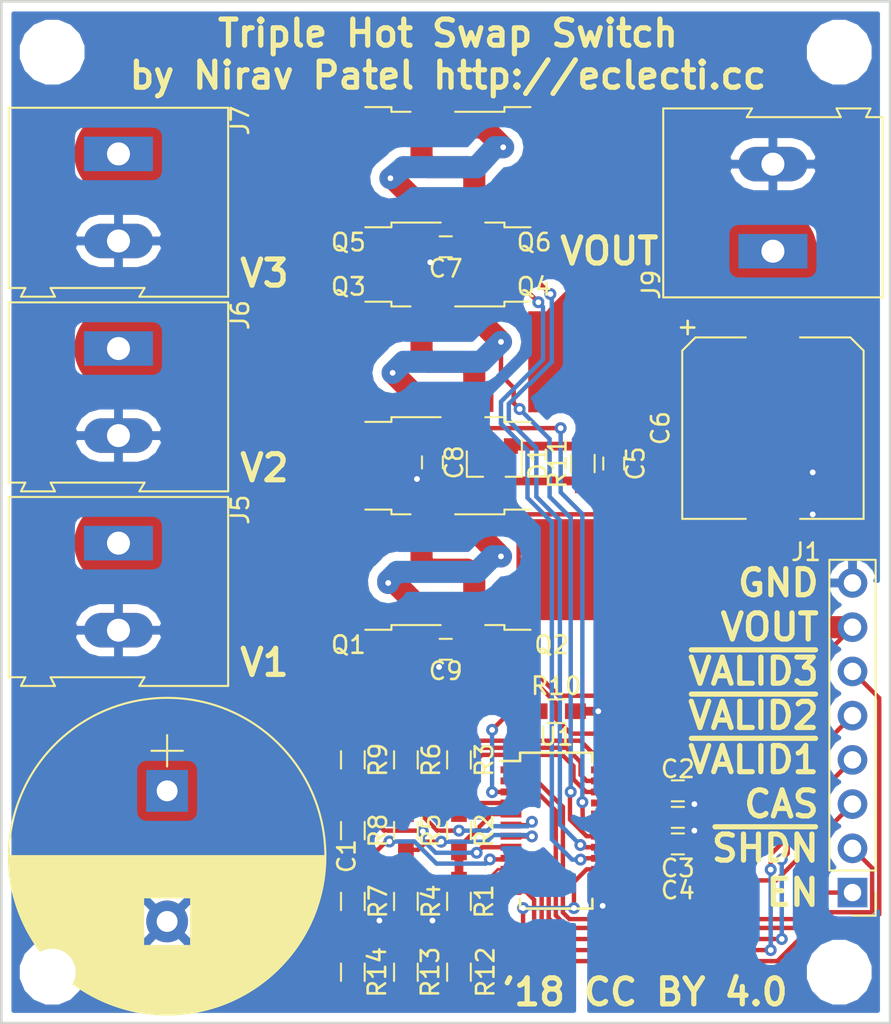
<source format=kicad_pcb>
(kicad_pcb (version 20171130) (host pcbnew "(5.0.0-rc2-160-g7b73557)")
  (title_block (title "Triple Hot Swap Switch") (date 2018-06-25) (rev 0.1) (company "Nirav Patel"))
  (layers (0 F.Cu signal) (31 B.Cu signal) (34 B.Paste user) (35 F.Paste user) (36 B.SilkS user) (37 F.SilkS user) (38 B.Mask user) (39 F.Mask user) (44 Edge.Cuts user))
  (net 0 "")
  (net 1 GND)
  (net 2 /V1)
  (net 3 /V2)
  (net 4 /V3)
  (net 5 "Net-(C5-Pad2)")
  (net 6 /VOUT)
  (net 7 "Net-(C7-Pad1)")
  (net 8 "Net-(C8-Pad1)")
  (net 9 "Net-(C9-Pad1)")
  (net 10 "Net-(D1-Pad1)")
  (net 11 "Net-(D1-Pad2)")
  (net 12 /EN)
  (net 13 /~SHDN)
  (net 14 /CAS)
  (net 15 /~VALID1)
  (net 16 /~VALID2)
  (net 17 /~VALID3)
  (net 18 "Net-(Q3-Pad1)")
  (net 19 "Net-(Q5-Pad1)")
  (net 20 "Net-(R1-Pad1)")
  (net 21 "Net-(R2-Pad1)")
  (net 22 "Net-(R4-Pad1)")
  (net 23 "Net-(R5-Pad1)")
  (net 24 "Net-(R7-Pad1)")
  (net 25 "Net-(R8-Pad1)")
  (net 26 "Net-(R10-Pad1)")
  (module Capacitors_THT:CP_Radial_D18.0mm_P7.50mm (layer F.Cu) (at 138.938 109.474 270)
    (fp_text reference C1 (at 3.75 -10.31 270) (layer F.SilkS))
    (fp_text value 2200uF)
    (pad 2 thru_hole circle (at 7.5 0 270) (size 2.4 2.4) (drill 1.2) (layers *.Cu *.Mask) (net 1 GND))
    (pad 1 thru_hole rect (at 0 0 270) (size 2.4 2.4) (drill 1.2) (layers *.Cu *.Mask) (net 2 /V1))
  )
  (module Capacitors_SMD:C_0603_HandSoldering (layer F.Cu) (at 168.275 109.474)
    (fp_text reference C2 (at 0 -1.25) (layer F.SilkS))
    (fp_text value 0.1uF)
    (pad 1 smd rect (at -0.95 0) (size 1.2 0.75) (layers F.Cu F.Paste F.Mask) (net 2 /V1))
    (pad 2 smd rect (at 0.95 0) (size 1.2 0.75) (layers F.Cu F.Paste F.Mask) (net 1 GND))
  )
  (module Capacitors_SMD:C_0603_HandSoldering (layer F.Cu) (at 168.275 110.998)
    (fp_text reference C3 (at 0 2.921) (layer F.SilkS))
    (fp_text value 0.1uF)
    (pad 2 smd rect (at 0.95 0) (size 1.2 0.75) (layers F.Cu F.Paste F.Mask) (net 1 GND))
    (pad 1 smd rect (at -0.95 0) (size 1.2 0.75) (layers F.Cu F.Paste F.Mask) (net 3 /V2))
  )
  (module Capacitors_SMD:C_0603_HandSoldering (layer F.Cu) (at 168.275 112.522)
    (fp_text reference C4 (at 0 2.667) (layer F.SilkS))
    (fp_text value 0.1uF)
    (pad 1 smd rect (at -0.95 0) (size 1.2 0.75) (layers F.Cu F.Paste F.Mask) (net 4 /V3))
    (pad 2 smd rect (at 0.95 0) (size 1.2 0.75) (layers F.Cu F.Paste F.Mask) (net 1 GND))
  )
  (module Capacitors_SMD:C_0603_HandSoldering (layer F.Cu) (at 164.592 90.678 270)
    (fp_text reference C5 (at 0 -1.25 270) (layer F.SilkS))
    (fp_text value 50nF)
    (pad 2 smd rect (at 0.95 0 270) (size 1.2 0.75) (layers F.Cu F.Paste F.Mask) (net 5 "Net-(C5-Pad2)"))
    (pad 1 smd rect (at -0.95 0 270) (size 1.2 0.75) (layers F.Cu F.Paste F.Mask) (net 6 /VOUT))
  )
  (module Capacitors_SMD:CP_Elec_10x10 (layer F.Cu) (at 173.736 88.646 270)
    (fp_text reference C6 (at 0 6.46 270) (layer F.SilkS))
    (fp_text value 100uF)
    (fp_text user + (at -5.78 4.97 270) (layer F.SilkS))
    (pad 2 smd rect (at 4 0 90) (size 4 2.5) (layers F.Cu F.Paste F.Mask) (net 1 GND))
    (pad 1 smd rect (at -4 0 90) (size 4 2.5) (layers F.Cu F.Paste F.Mask) (net 6 /VOUT))
  )
  (module Capacitors_SMD:C_0603_HandSoldering (layer F.Cu) (at 154.94 78.232 180)
    (fp_text reference C7 (at 0 -1.25 180) (layer F.SilkS))
    (fp_text value 0.1uF)
    (pad 1 smd rect (at -0.95 0 180) (size 1.2 0.75) (layers F.Cu F.Paste F.Mask) (net 7 "Net-(C7-Pad1)"))
    (pad 2 smd rect (at 0.95 0 180) (size 1.2 0.75) (layers F.Cu F.Paste F.Mask) (net 1 GND))
  )
  (module Capacitors_SMD:C_0603_HandSoldering (layer F.Cu) (at 154.178 90.612 270)
    (fp_text reference C8 (at 0 -1.25 270) (layer F.SilkS))
    (fp_text value 0.1uF)
    (pad 2 smd rect (at 0.95 0 270) (size 1.2 0.75) (layers F.Cu F.Paste F.Mask) (net 1 GND))
    (pad 1 smd rect (at -0.95 0 270) (size 1.2 0.75) (layers F.Cu F.Paste F.Mask) (net 8 "Net-(C8-Pad1)"))
  )
  (module Capacitors_SMD:C_0603_HandSoldering (layer F.Cu) (at 154.94 101.346 180)
    (fp_text reference C9 (at 0 -1.25 180) (layer F.SilkS))
    (fp_text value 0.1uF)
    (pad 2 smd rect (at 0.95 0 180) (size 1.2 0.75) (layers F.Cu F.Paste F.Mask) (net 1 GND))
    (pad 1 smd rect (at -0.95 0 180) (size 1.2 0.75) (layers F.Cu F.Paste F.Mask) (net 9 "Net-(C9-Pad1)"))
  )
  (module Package_TO_SOT_SMD:SOT-23 (layer F.Cu) (at 157.734 90.678 270)
    (fp_text reference D1 (at 0 -2.5 270) (layer F.SilkS))
    (fp_text value BAT54C)
    (pad 1 smd rect (at -1 -0.95 270) (size 0.9 0.8) (layers F.Cu F.Paste F.Mask) (net 10 "Net-(D1-Pad1)"))
    (pad 2 smd rect (at -1 0.95 270) (size 0.9 0.8) (layers F.Cu F.Paste F.Mask) (net 11 "Net-(D1-Pad2)"))
    (pad 3 smd rect (at 1 0 270) (size 0.9 0.8) (layers F.Cu F.Paste F.Mask) (net 5 "Net-(C5-Pad2)"))
  )
  (module Connector_PinHeader_2.54mm:PinHeader_1x08_P2.54mm_Vertical (layer F.Cu) (at 178.308 115.316 180)
    (fp_text reference J1 (at 2.667 19.558 180) (layer F.SilkS))
    (fp_text value Conn_01x08)
    (pad 1 thru_hole rect (at 0 0 180) (size 1.7 1.7) (drill 1) (layers *.Cu *.Mask) (net 12 /EN))
    (pad 2 thru_hole oval (at 0 2.54 180) (size 1.7 1.7) (drill 1) (layers *.Cu *.Mask) (net 13 /~SHDN))
    (pad 3 thru_hole oval (at 0 5.08 180) (size 1.7 1.7) (drill 1) (layers *.Cu *.Mask) (net 14 /CAS))
    (pad 4 thru_hole oval (at 0 7.62 180) (size 1.7 1.7) (drill 1) (layers *.Cu *.Mask) (net 15 /~VALID1))
    (pad 5 thru_hole oval (at 0 10.16 180) (size 1.7 1.7) (drill 1) (layers *.Cu *.Mask) (net 16 /~VALID2))
    (pad 6 thru_hole oval (at 0 12.7 180) (size 1.7 1.7) (drill 1) (layers *.Cu *.Mask) (net 17 /~VALID3))
    (pad 7 thru_hole oval (at 0 15.24 180) (size 1.7 1.7) (drill 1) (layers *.Cu *.Mask) (net 6 /VOUT))
    (pad 8 thru_hole oval (at 0 17.78 180) (size 1.7 1.7) (drill 1) (layers *.Cu *.Mask) (net 1 GND))
  )
  (module Connectors_Terminal_Blocks:TerminalBlock_Altech_AK300-2_P5.00mm (layer F.Cu) (at 136.144 95.25 270)
    (fp_text reference J5 (at -1.92 -6.99 270) (layer F.SilkS))
    (fp_text value Conn_01x02)
    (pad 2 thru_hole oval (at 5 0 270) (size 1.98 3.96) (drill 1.32) (layers *.Cu *.Mask) (net 1 GND))
    (pad 1 thru_hole rect (at 0 0 270) (size 1.98 3.96) (drill 1.32) (layers *.Cu *.Mask) (net 2 /V1))
  )
  (module Connectors_Terminal_Blocks:TerminalBlock_Altech_AK300-2_P5.00mm (layer F.Cu) (at 136.144 84.074 270)
    (fp_text reference J6 (at -1.92 -6.99 270) (layer F.SilkS))
    (fp_text value Conn_01x02)
    (pad 1 thru_hole rect (at 0 0 270) (size 1.98 3.96) (drill 1.32) (layers *.Cu *.Mask) (net 3 /V2))
    (pad 2 thru_hole oval (at 5 0 270) (size 1.98 3.96) (drill 1.32) (layers *.Cu *.Mask) (net 1 GND))
  )
  (module Connectors_Terminal_Blocks:TerminalBlock_Altech_AK300-2_P5.00mm (layer F.Cu) (at 136.144 72.898 270)
    (fp_text reference J7 (at -1.92 -6.99 270) (layer F.SilkS))
    (fp_text value Conn_01x02)
    (pad 2 thru_hole oval (at 5 0 270) (size 1.98 3.96) (drill 1.32) (layers *.Cu *.Mask) (net 1 GND))
    (pad 1 thru_hole rect (at 0 0 270) (size 1.98 3.96) (drill 1.32) (layers *.Cu *.Mask) (net 4 /V3))
  )
  (module Connectors_Terminal_Blocks:TerminalBlock_Altech_AK300-2_P5.00mm (layer F.Cu) (at 173.736 78.486 90)
    (fp_text reference J9 (at -1.92 -6.99 90) (layer F.SilkS))
    (fp_text value Conn_01x02)
    (pad 1 thru_hole rect (at 0 0 90) (size 1.98 3.96) (drill 1.32) (layers *.Cu *.Mask) (net 6 /VOUT))
    (pad 2 thru_hole oval (at 5 0 90) (size 1.98 3.96) (drill 1.32) (layers *.Cu *.Mask) (net 1 GND))
  )
  (module Package_TO_SOT_SMD:TO-252-2 (layer F.Cu) (at 149.352 96.774 180)
    (fp_text reference Q1 (at 0 -4.318 180) (layer F.SilkS))
    (fp_text value SUD50P04-08)
    (pad 1 smd rect (at -4.2 -2.28 180) (size 2.2 1.2) (layers F.Cu F.Paste F.Mask) (net 5 "Net-(C5-Pad2)"))
    (pad 3 smd rect (at -4.2 2.28 180) (size 2.2 1.2) (layers F.Cu F.Paste F.Mask) (net 9 "Net-(C9-Pad1)"))
    (pad 2 smd rect (at 2.1 0 180) (size 6.4 5.8) (layers F.Cu F.Mask) (net 2 /V1))
  )
  (module Package_TO_SOT_SMD:TO-252-2 (layer F.Cu) (at 160.782 96.774)
    (fp_text reference Q2 (at 0.254 4.318) (layer F.SilkS))
    (fp_text value SUD50P04-08)
    (pad 2 smd rect (at 2.1 0) (size 6.4 5.8) (layers F.Cu F.Mask) (net 6 /VOUT))
    (pad 3 smd rect (at -4.2 2.28) (size 2.2 1.2) (layers F.Cu F.Paste F.Mask) (net 9 "Net-(C9-Pad1)"))
    (pad 1 smd rect (at -4.2 -2.28) (size 2.2 1.2) (layers F.Cu F.Paste F.Mask) (net 5 "Net-(C5-Pad2)"))
  )
  (module Package_TO_SOT_SMD:TO-252-2 (layer F.Cu) (at 149.352 84.836 180)
    (fp_text reference Q3 (at 0 4.318 180) (layer F.SilkS))
    (fp_text value SUD50P04-08)
    (pad 2 smd rect (at 2.1 0 180) (size 6.4 5.8) (layers F.Cu F.Mask) (net 3 /V2))
    (pad 3 smd rect (at -4.2 2.28 180) (size 2.2 1.2) (layers F.Cu F.Paste F.Mask) (net 8 "Net-(C8-Pad1)"))
    (pad 1 smd rect (at -4.2 -2.28 180) (size 2.2 1.2) (layers F.Cu F.Paste F.Mask) (net 18 "Net-(Q3-Pad1)"))
  )
  (module Package_TO_SOT_SMD:TO-252-2 (layer F.Cu) (at 160.782 84.836)
    (fp_text reference Q4 (at -0.762 -4.318) (layer F.SilkS))
    (fp_text value SUD50P04-08)
    (pad 1 smd rect (at -4.2 -2.28) (size 2.2 1.2) (layers F.Cu F.Paste F.Mask) (net 18 "Net-(Q3-Pad1)"))
    (pad 3 smd rect (at -4.2 2.28) (size 2.2 1.2) (layers F.Cu F.Paste F.Mask) (net 8 "Net-(C8-Pad1)"))
    (pad 2 smd rect (at 2.1 0) (size 6.4 5.8) (layers F.Cu F.Mask) (net 6 /VOUT))
  )
  (module Package_TO_SOT_SMD:TO-252-2 (layer F.Cu) (at 149.352 73.66 180)
    (fp_text reference Q5 (at 0 -4.318 180) (layer F.SilkS))
    (fp_text value SUD50P04-08)
    (pad 2 smd rect (at 2.1 0 180) (size 6.4 5.8) (layers F.Cu F.Mask) (net 4 /V3))
    (pad 3 smd rect (at -4.2 2.28 180) (size 2.2 1.2) (layers F.Cu F.Paste F.Mask) (net 7 "Net-(C7-Pad1)"))
    (pad 1 smd rect (at -4.2 -2.28 180) (size 2.2 1.2) (layers F.Cu F.Paste F.Mask) (net 19 "Net-(Q5-Pad1)"))
  )
  (module Package_TO_SOT_SMD:TO-252-2 (layer F.Cu) (at 160.782 73.66)
    (fp_text reference Q6 (at -0.762 4.318) (layer F.SilkS))
    (fp_text value SUD50P04-08)
    (pad 1 smd rect (at -4.2 -2.28) (size 2.2 1.2) (layers F.Cu F.Paste F.Mask) (net 19 "Net-(Q5-Pad1)"))
    (pad 3 smd rect (at -4.2 2.28) (size 2.2 1.2) (layers F.Cu F.Paste F.Mask) (net 7 "Net-(C7-Pad1)"))
    (pad 2 smd rect (at 2.1 0) (size 6.4 5.8) (layers F.Cu F.Mask) (net 6 /VOUT))
  )
  (module Resistors_SMD:R_0603_HandSoldering (layer F.Cu) (at 155.702 115.824 270)
    (fp_text reference R1 (at 0 -1.45 270) (layer F.SilkS))
    (fp_text value 35.7k)
    (pad 2 smd rect (at 1.1 0 270) (size 1.2 0.9) (layers F.Cu F.Paste F.Mask) (net 1 GND))
    (pad 1 smd rect (at -1.1 0 270) (size 1.2 0.9) (layers F.Cu F.Paste F.Mask) (net 20 "Net-(R1-Pad1)"))
  )
  (module Resistors_SMD:R_0603_HandSoldering (layer F.Cu) (at 155.702 111.76 270)
    (fp_text reference R2 (at 0 -1.45 270) (layer F.SilkS))
    (fp_text value 24.3k)
    (pad 1 smd rect (at -1.1 0 270) (size 1.2 0.9) (layers F.Cu F.Paste F.Mask) (net 21 "Net-(R2-Pad1)"))
    (pad 2 smd rect (at 1.1 0 270) (size 1.2 0.9) (layers F.Cu F.Paste F.Mask) (net 20 "Net-(R1-Pad1)"))
  )
  (module Resistors_SMD:R_0603_HandSoldering (layer F.Cu) (at 155.702 107.696 270)
    (fp_text reference R3 (at 0 -1.45 270) (layer F.SilkS))
    (fp_text value 806k)
    (pad 2 smd rect (at 1.1 0 270) (size 1.2 0.9) (layers F.Cu F.Paste F.Mask) (net 21 "Net-(R2-Pad1)"))
    (pad 1 smd rect (at -1.1 0 270) (size 1.2 0.9) (layers F.Cu F.Paste F.Mask) (net 2 /V1))
  )
  (module Resistors_SMD:R_0603_HandSoldering (layer F.Cu) (at 152.654 115.824 270)
    (fp_text reference R4 (at 0 -1.45 270) (layer F.SilkS))
    (fp_text value 38.3k)
    (pad 1 smd rect (at -1.1 0 270) (size 1.2 0.9) (layers F.Cu F.Paste F.Mask) (net 22 "Net-(R4-Pad1)"))
    (pad 2 smd rect (at 1.1 0 270) (size 1.2 0.9) (layers F.Cu F.Paste F.Mask) (net 1 GND))
  )
  (module Resistors_SMD:R_0603_HandSoldering (layer F.Cu) (at 152.654 111.76 270)
    (fp_text reference R5 (at 0 -1.45 270) (layer F.SilkS))
    (fp_text value 15.4k)
    (pad 2 smd rect (at 1.1 0 270) (size 1.2 0.9) (layers F.Cu F.Paste F.Mask) (net 22 "Net-(R4-Pad1)"))
    (pad 1 smd rect (at -1.1 0 270) (size 1.2 0.9) (layers F.Cu F.Paste F.Mask) (net 23 "Net-(R5-Pad1)"))
  )
  (module Resistors_SMD:R_0603_HandSoldering (layer F.Cu) (at 152.654 107.696 270)
    (fp_text reference R6 (at 0 -1.45 270) (layer F.SilkS))
    (fp_text value 806k)
    (pad 1 smd rect (at -1.1 0 270) (size 1.2 0.9) (layers F.Cu F.Paste F.Mask) (net 3 /V2))
    (pad 2 smd rect (at 1.1 0 270) (size 1.2 0.9) (layers F.Cu F.Paste F.Mask) (net 23 "Net-(R5-Pad1)"))
  )
  (module Resistors_SMD:R_0603_HandSoldering (layer F.Cu) (at 149.606 115.824 270)
    (fp_text reference R7 (at 0 -1.45 270) (layer F.SilkS))
    (fp_text value 38.3k)
    (pad 2 smd rect (at 1.1 0 270) (size 1.2 0.9) (layers F.Cu F.Paste F.Mask) (net 1 GND))
    (pad 1 smd rect (at -1.1 0 270) (size 1.2 0.9) (layers F.Cu F.Paste F.Mask) (net 24 "Net-(R7-Pad1)"))
  )
  (module Resistors_SMD:R_0603_HandSoldering (layer F.Cu) (at 149.606 111.76 270)
    (fp_text reference R8 (at 0 -1.45 270) (layer F.SilkS))
    (fp_text value 15.4k)
    (pad 1 smd rect (at -1.1 0 270) (size 1.2 0.9) (layers F.Cu F.Paste F.Mask) (net 25 "Net-(R8-Pad1)"))
    (pad 2 smd rect (at 1.1 0 270) (size 1.2 0.9) (layers F.Cu F.Paste F.Mask) (net 24 "Net-(R7-Pad1)"))
  )
  (module Resistors_SMD:R_0603_HandSoldering (layer F.Cu) (at 149.606 107.696 270)
    (fp_text reference R9 (at 0 -1.45 270) (layer F.SilkS))
    (fp_text value 806k)
    (pad 2 smd rect (at 1.1 0 270) (size 1.2 0.9) (layers F.Cu F.Paste F.Mask) (net 25 "Net-(R8-Pad1)"))
    (pad 1 smd rect (at -1.1 0 270) (size 1.2 0.9) (layers F.Cu F.Paste F.Mask) (net 4 /V3))
  )
  (module Resistors_SMD:R_0603_HandSoldering (layer F.Cu) (at 161.29 104.902)
    (fp_text reference R10 (at 0 -1.45) (layer F.SilkS))
    (fp_text value 252k)
    (pad 1 smd rect (at -1.1 0) (size 1.2 0.9) (layers F.Cu F.Paste F.Mask) (net 26 "Net-(R10-Pad1)"))
    (pad 2 smd rect (at 1.1 0) (size 1.2 0.9) (layers F.Cu F.Paste F.Mask) (net 1 GND))
  )
  (module Resistors_SMD:R_0603_HandSoldering (layer F.Cu) (at 162.814 90.678 90)
    (fp_text reference R11 (at 0 -1.45 90) (layer F.SilkS))
    (fp_text value 800)
    (pad 1 smd rect (at -1.1 0 90) (size 1.2 0.9) (layers F.Cu F.Paste F.Mask) (net 5 "Net-(C5-Pad2)"))
    (pad 2 smd rect (at 1.1 0 90) (size 1.2 0.9) (layers F.Cu F.Paste F.Mask) (net 10 "Net-(D1-Pad1)"))
  )
  (module Resistors_SMD:R_0603_HandSoldering (layer F.Cu) (at 155.702 119.888 90)
    (fp_text reference R12 (at 0 1.524 90) (layer F.SilkS))
    (fp_text value 1M)
    (pad 2 smd rect (at 1.1 0 90) (size 1.2 0.9) (layers F.Cu F.Paste F.Mask) (net 15 /~VALID1))
    (pad 1 smd rect (at -1.1 0 90) (size 1.2 0.9) (layers F.Cu F.Paste F.Mask) (net 6 /VOUT))
  )
  (module Resistors_SMD:R_0603_HandSoldering (layer F.Cu) (at 152.654 119.888 90)
    (fp_text reference R13 (at 0 1.397 90) (layer F.SilkS))
    (fp_text value 1M)
    (pad 2 smd rect (at 1.1 0 90) (size 1.2 0.9) (layers F.Cu F.Paste F.Mask) (net 16 /~VALID2))
    (pad 1 smd rect (at -1.1 0 90) (size 1.2 0.9) (layers F.Cu F.Paste F.Mask) (net 6 /VOUT))
  )
  (module Resistors_SMD:R_0603_HandSoldering (layer F.Cu) (at 149.606 119.888 90)
    (fp_text reference R14 (at 0 1.397 90) (layer F.SilkS))
    (fp_text value 1M)
    (pad 1 smd rect (at -1.1 0 90) (size 1.2 0.9) (layers F.Cu F.Paste F.Mask) (net 6 /VOUT))
    (pad 2 smd rect (at 1.1 0 90) (size 1.2 0.9) (layers F.Cu F.Paste F.Mask) (net 17 /~VALID3))
  )
  (module Package_SO:SSOP-24_3.9x8.7mm_P0.635mm (layer F.Cu) (at 161.29 111.76)
    (fp_text reference U1 (at 0 -5.4) (layer F.SilkS))
    (fp_text value LTC4417CGN)
    (pad 1 smd rect (at -2.6 -3.4925) (size 1.2 0.4) (layers F.Cu F.Paste F.Mask) (net 12 /EN))
    (pad 2 smd rect (at -2.6 -2.8575) (size 1.2 0.4) (layers F.Cu F.Paste F.Mask) (net 13 /~SHDN))
    (pad 3 smd rect (at -2.6 -2.2225) (size 1.2 0.4) (layers F.Cu F.Paste F.Mask) (net 26 "Net-(R10-Pad1)"))
    (pad 4 smd rect (at -2.6 -1.5875) (size 1.2 0.4) (layers F.Cu F.Paste F.Mask) (net 21 "Net-(R2-Pad1)"))
    (pad 5 smd rect (at -2.6 -0.9525) (size 1.2 0.4) (layers F.Cu F.Paste F.Mask) (net 20 "Net-(R1-Pad1)"))
    (pad 6 smd rect (at -2.6 -0.3175) (size 1.2 0.4) (layers F.Cu F.Paste F.Mask) (net 23 "Net-(R5-Pad1)"))
    (pad 7 smd rect (at -2.6 0.3175) (size 1.2 0.4) (layers F.Cu F.Paste F.Mask) (net 22 "Net-(R4-Pad1)"))
    (pad 8 smd rect (at -2.6 0.9525) (size 1.2 0.4) (layers F.Cu F.Paste F.Mask) (net 25 "Net-(R8-Pad1)"))
    (pad 9 smd rect (at -2.6 1.5875) (size 1.2 0.4) (layers F.Cu F.Paste F.Mask) (net 24 "Net-(R7-Pad1)"))
    (pad 10 smd rect (at -2.6 2.2225) (size 1.2 0.4) (layers F.Cu F.Paste F.Mask) (net 15 /~VALID1))
    (pad 11 smd rect (at -2.6 2.8575) (size 1.2 0.4) (layers F.Cu F.Paste F.Mask) (net 16 /~VALID2))
    (pad 12 smd rect (at -2.6 3.4925) (size 1.2 0.4) (layers F.Cu F.Paste F.Mask) (net 17 /~VALID3))
    (pad 13 smd rect (at 2.6 3.4925) (size 1.2 0.4) (layers F.Cu F.Paste F.Mask) (net 1 GND))
    (pad 14 smd rect (at 2.6 2.8575) (size 1.2 0.4) (layers F.Cu F.Paste F.Mask) (net 14 /CAS))
    (pad 15 smd rect (at 2.6 2.2225) (size 1.2 0.4) (layers F.Cu F.Paste F.Mask) (net 6 /VOUT))
    (pad 16 smd rect (at 2.6 1.5875) (size 1.2 0.4) (layers F.Cu F.Paste F.Mask) (net 19 "Net-(Q5-Pad1)"))
    (pad 17 smd rect (at 2.6 0.9525) (size 1.2 0.4) (layers F.Cu F.Paste F.Mask) (net 7 "Net-(C7-Pad1)"))
    (pad 18 smd rect (at 2.6 0.3175) (size 1.2 0.4) (layers F.Cu F.Paste F.Mask) (net 18 "Net-(Q3-Pad1)"))
    (pad 19 smd rect (at 2.6 -0.3175) (size 1.2 0.4) (layers F.Cu F.Paste F.Mask) (net 8 "Net-(C8-Pad1)"))
    (pad 20 smd rect (at 2.6 -0.9525) (size 1.2 0.4) (layers F.Cu F.Paste F.Mask) (net 10 "Net-(D1-Pad1)"))
    (pad 21 smd rect (at 2.6 -1.5875) (size 1.2 0.4) (layers F.Cu F.Paste F.Mask) (net 9 "Net-(C9-Pad1)"))
    (pad 22 smd rect (at 2.6 -2.2225) (size 1.2 0.4) (layers F.Cu F.Paste F.Mask) (net 4 /V3))
    (pad 23 smd rect (at 2.6 -2.8575) (size 1.2 0.4) (layers F.Cu F.Paste F.Mask) (net 3 /V2))
    (pad 24 smd rect (at 2.6 -3.4925) (size 1.2 0.4) (layers F.Cu F.Paste F.Mask) (net 2 /V1))
  )
  (module Mounting_Holes:MountingHole_2.7mm_M2.5 (layer F.Cu) (at 177.546 119.888)
    (fp_text reference REF** hide)
    (fp_text value MountingHole_2.7mm_M2.5)
    (pad 1 np_thru_hole circle (at 0 0) (size 2.7 2.7) (drill 2.7) (layers *.Cu *.Mask))
  )
  (module Mounting_Holes:MountingHole_2.7mm_M2.5 (layer F.Cu) (at 132.334 119.888)
    (fp_text reference REF** hide)
    (fp_text value MountingHole_2.7mm_M2.5)
    (pad 1 np_thru_hole circle (at 0 0) (size 2.7 2.7) (drill 2.7) (layers *.Cu *.Mask))
  )
  (module Mounting_Holes:MountingHole_2.7mm_M2.5 (layer F.Cu) (at 132.334 67.056)
    (fp_text reference REF** hide)
    (fp_text value MountingHole_2.7mm_M2.5)
    (pad 1 np_thru_hole circle (at 0 0) (size 2.7 2.7) (drill 2.7) (layers *.Cu *.Mask))
  )
  (module Mounting_Holes:MountingHole_2.7mm_M2.5 (layer F.Cu) (at 177.546 67.056)
    (fp_text reference REF** hide)
    (fp_text value MountingHole_2.7mm_M2.5)
    (pad 1 np_thru_hole circle (at 0 0) (size 2.7 2.7) (drill 2.7) (layers *.Cu *.Mask))
  )
  (gr_text "'18 CC BY 4.0" (at 166.37 121.031) (layer F.SilkS) (effects (font (size 1.5 1.5) (thickness 0.3))))
  (gr_text "Triple Hot Swap Switch\nby Nirav Patel http://eclecti.cc" (at 155.067 67.183) (layer F.SilkS) (effects (font (size 1.5 1.5) (thickness 0.3))))
  (gr_line (start 180.467 64.135) (end 180.467 122.809) (layer Edge.Cuts) (width 0.15))
  (gr_line (start 129.413 122.809) (end 180.467 122.809) (layer Edge.Cuts) (width 0.15))
  (gr_line (start 129.413 64.135) (end 129.413 122.809) (layer Edge.Cuts) (width 0.15))
  (gr_line (start 129.413 64.135) (end 180.34 64.135) (layer Edge.Cuts) (width 0.15))
  (gr_text EN (at 176.53 115.316) (layer F.SilkS) (effects (font (size 1.5 1.5) (thickness 0.3)) (justify right)))
  (gr_text ~SHDN (at 176.53 112.776) (layer F.SilkS) (effects (font (size 1.5 1.5) (thickness 0.3)) (justify right)))
  (gr_text CAS (at 176.53 110.236) (layer F.SilkS) (effects (font (size 1.5 1.5) (thickness 0.3)) (justify right)))
  (gr_text ~VALID1 (at 176.53 107.696) (layer F.SilkS) (effects (font (size 1.5 1.5) (thickness 0.3)) (justify right)))
  (gr_text ~VALID2 (at 176.53 105.156) (layer F.SilkS) (effects (font (size 1.5 1.5) (thickness 0.3)) (justify right)))
  (gr_text ~VALID3 (at 176.53 102.616) (layer F.SilkS) (effects (font (size 1.5 1.5) (thickness 0.3)) (justify right)))
  (gr_text VOUT (at 176.53 100.076) (layer F.SilkS) (effects (font (size 1.5 1.5) (thickness 0.3)) (justify right)))
  (gr_text GND (at 176.53 97.536) (layer F.SilkS) (effects (font (size 1.5 1.5) (thickness 0.3)) (justify right)))
  (gr_text VOUT (at 164.338 78.486) (layer F.SilkS) (effects (font (size 1.5 1.5) (thickness 0.3))))
  (gr_text V3 (at 144.526 79.756) (layer F.SilkS) (effects (font (size 1.5 1.5) (thickness 0.3))))
  (gr_text V2 (at 144.526 90.932) (layer F.SilkS) (effects (font (size 1.5 1.5) (thickness 0.3))))
  (gr_text V1 (at 144.526 102.108) (layer F.SilkS) (effects (font (size 1.5 1.5) (thickness 0.3))))
  (via (at 176.022 91.186) (size 0.6858) (drill 0.3302) (layers F.Cu B.Cu) (net 1))
  (segment (start 174.562 92.646) (end 176.022 91.186) (width 2.54) (layer F.Cu) (net 1))
  (segment (start 173.736 92.646) (end 174.562 92.646) (width 2.54) (layer F.Cu) (net 1))
  (segment (start 173.736 92.646) (end 175.069 92.646) (width 2.54) (layer F.Cu) (net 1))
  (via (at 176.022 93.599) (size 0.6858) (drill 0.3302) (layers F.Cu B.Cu) (net 1))
  (segment (start 175.069 92.646) (end 176.022 93.599) (width 2.54) (layer F.Cu) (net 1))
  (via (at 154.178 116.924) (size 0.6858) (drill 0.3302) (layers F.Cu B.Cu) (net 1))
  (segment (start 154.178 116.924) (end 155.702 116.924) (width 0.508) (layer F.Cu) (net 1))
  (via (at 151.13 116.924) (size 0.6858) (drill 0.3302) (layers F.Cu B.Cu) (net 1))
  (segment (start 149.606 116.924) (end 151.13 116.924) (width 0.508) (layer F.Cu) (net 1))
  (segment (start 151.13 116.924) (end 154.178 116.924) (width 0.508) (layer F.Cu) (net 1))
  (segment (start 163.89 115.2525) (end 163.89 115.757) (width 0.508) (layer F.Cu) (net 1))
  (via (at 163.957 116.078) (size 0.6858) (drill 0.3302) (layers F.Cu B.Cu) (net 1))
  (segment (start 163.89 116.011) (end 163.957 116.078) (width 0.508) (layer F.Cu) (net 1))
  (segment (start 163.89 115.757) (end 163.89 116.011) (width 0.508) (layer F.Cu) (net 1))
  (via (at 169.225 110.236) (size 0.6858) (drill 0.3302) (layers F.Cu B.Cu) (net 1))
  (segment (start 169.225 110.236) (end 169.225 109.474) (width 0.508) (layer F.Cu) (net 1))
  (via (at 169.225 111.76) (size 0.6858) (drill 0.3302) (layers F.Cu B.Cu) (net 1))
  (segment (start 169.225 112.522) (end 169.225 111.76) (width 0.508) (layer F.Cu) (net 1))
  (segment (start 169.225 111.76) (end 169.225 110.236) (width 0.508) (layer F.Cu) (net 1))
  (segment (start 162.39 104.902) (end 163.703 104.902) (width 0.508) (layer F.Cu) (net 1))
  (via (at 163.703 104.902) (size 0.6858) (drill 0.3302) (layers F.Cu B.Cu) (net 1))
  (via (at 154.559 102.362) (size 0.6858) (drill 0.3302) (layers F.Cu B.Cu) (net 1))
  (segment (start 153.99 101.793) (end 154.559 102.362) (width 0.508) (layer F.Cu) (net 1))
  (segment (start 153.99 101.346) (end 153.99 101.793) (width 0.508) (layer F.Cu) (net 1))
  (via (at 153.289 91.567) (size 0.6858) (drill 0.3302) (layers F.Cu B.Cu) (net 1))
  (segment (start 153.294 91.562) (end 153.289 91.567) (width 0.508) (layer F.Cu) (net 1))
  (segment (start 154.178 91.562) (end 153.294 91.562) (width 0.508) (layer F.Cu) (net 1))
  (via (at 154.051 79.121) (size 0.6858) (drill 0.3302) (layers F.Cu B.Cu) (net 1))
  (segment (start 153.99 79.06) (end 154.051 79.121) (width 0.508) (layer F.Cu) (net 1))
  (segment (start 153.99 78.232) (end 153.99 79.06) (width 0.508) (layer F.Cu) (net 1))
  (segment (start 145.728 95.25) (end 147.252 96.774) (width 5.08) (layer F.Cu) (net 2))
  (segment (start 136.144 95.25) (end 145.728 95.25) (width 5.08) (layer F.Cu) (net 2))
  (segment (start 138.938 105.088) (end 147.252 96.774) (width 5.08) (layer F.Cu) (net 2))
  (segment (start 138.938 109.474) (end 138.938 105.088) (width 5.08) (layer F.Cu) (net 2))
  (segment (start 165.2645 108.2675) (end 164.744 108.2675) (width 0.254) (layer F.Cu) (net 2))
  (segment (start 166.471 109.474) (end 165.2645 108.2675) (width 0.254) (layer F.Cu) (net 2))
  (segment (start 164.744 108.2675) (end 163.89 108.2675) (width 0.254) (layer F.Cu) (net 2))
  (segment (start 167.325 109.474) (end 166.471 109.474) (width 0.254) (layer F.Cu) (net 2))
  (segment (start 147.552 96.774) (end 147.252 96.774) (width 0.254) (layer F.Cu) (net 2))
  (segment (start 155.702 104.924) (end 147.552 96.774) (width 0.508) (layer F.Cu) (net 2))
  (segment (start 155.702 106.596) (end 155.702 104.924) (width 0.508) (layer F.Cu) (net 2))
  (segment (start 163.89 107.8135) (end 163.89 108.2675) (width 0.254) (layer F.Cu) (net 2))
  (segment (start 162.6725 106.596) (end 163.89 107.8135) (width 0.254) (layer F.Cu) (net 2))
  (segment (start 155.702 106.596) (end 162.6725 106.596) (width 0.254) (layer F.Cu) (net 2))
  (segment (start 146.49 84.074) (end 147.252 84.836) (width 5.08) (layer F.Cu) (net 3))
  (segment (start 136.144 84.074) (end 146.49 84.074) (width 5.08) (layer F.Cu) (net 3))
  (segment (start 164.744 108.9025) (end 163.89 108.9025) (width 0.254) (layer F.Cu) (net 3))
  (segment (start 165.0045 108.9025) (end 164.744 108.9025) (width 0.254) (layer F.Cu) (net 3))
  (segment (start 167.1 110.998) (end 165.0045 108.9025) (width 0.254) (layer F.Cu) (net 3))
  (segment (start 167.325 110.998) (end 167.1 110.998) (width 0.254) (layer F.Cu) (net 3))
  (segment (start 163.036 108.9025) (end 163.89 108.9025) (width 0.254) (layer F.Cu) (net 3))
  (segment (start 162.687 107.823) (end 162.687 108.5535) (width 0.254) (layer F.Cu) (net 3))
  (segment (start 161.86641 107.00241) (end 162.687 107.823) (width 0.254) (layer F.Cu) (net 3))
  (segment (start 162.687 108.5535) (end 163.036 108.9025) (width 0.254) (layer F.Cu) (net 3))
  (segment (start 156.375521 107.475401) (end 156.848512 107.00241) (width 0.254) (layer F.Cu) (net 3))
  (segment (start 154.237401 107.475401) (end 156.375521 107.475401) (width 0.254) (layer F.Cu) (net 3))
  (segment (start 153.358 106.596) (end 154.237401 107.475401) (width 0.254) (layer F.Cu) (net 3))
  (segment (start 156.848512 107.00241) (end 161.86641 107.00241) (width 0.254) (layer F.Cu) (net 3))
  (segment (start 152.654 106.596) (end 153.358 106.596) (width 0.254) (layer F.Cu) (net 3))
  (segment (start 133.19759 88.51841) (end 136.144 85.572) (width 0.508) (layer F.Cu) (net 3))
  (segment (start 137.717558 112.42041) (end 133.19759 107.900442) (width 0.508) (layer F.Cu) (net 3))
  (segment (start 133.19759 107.900442) (end 133.19759 88.51841) (width 0.508) (layer F.Cu) (net 3))
  (segment (start 140.158442 112.42041) (end 137.717558 112.42041) (width 0.508) (layer F.Cu) (net 3))
  (segment (start 136.144 85.572) (end 136.144 84.074) (width 0.508) (layer F.Cu) (net 3))
  (segment (start 147.803852 104.775) (end 140.158442 112.42041) (width 0.508) (layer F.Cu) (net 3))
  (segment (start 149.875 104.775) (end 147.803852 104.775) (width 0.508) (layer F.Cu) (net 3))
  (segment (start 151.696 106.596) (end 149.875 104.775) (width 0.508) (layer F.Cu) (net 3))
  (segment (start 152.654 106.596) (end 151.696 106.596) (width 0.508) (layer F.Cu) (net 3))
  (segment (start 146.49 72.898) (end 147.252 73.66) (width 5.08) (layer F.Cu) (net 4))
  (segment (start 136.144 72.898) (end 146.49 72.898) (width 5.08) (layer F.Cu) (net 4))
  (segment (start 164.744 109.5375) (end 166.116 110.9095) (width 0.254) (layer F.Cu) (net 4))
  (segment (start 163.89 109.5375) (end 164.744 109.5375) (width 0.254) (layer F.Cu) (net 4))
  (segment (start 167.1 112.522) (end 167.325 112.522) (width 0.254) (layer F.Cu) (net 4))
  (segment (start 166.116 111.538) (end 167.1 112.522) (width 0.254) (layer F.Cu) (net 4))
  (segment (start 166.116 110.9095) (end 166.116 111.538) (width 0.254) (layer F.Cu) (net 4))
  (segment (start 163.0045 109.5375) (end 163.89 109.5375) (width 0.254) (layer F.Cu) (net 4))
  (segment (start 162.28059 108.05159) (end 162.28059 108.81359) (width 0.254) (layer F.Cu) (net 4))
  (segment (start 161.63782 107.40882) (end 162.28059 108.05159) (width 0.254) (layer F.Cu) (net 4))
  (segment (start 151.59581 107.88181) (end 156.543862 107.88181) (width 0.254) (layer F.Cu) (net 4))
  (segment (start 157.016852 107.40882) (end 161.63782 107.40882) (width 0.254) (layer F.Cu) (net 4))
  (segment (start 156.543862 107.88181) (end 157.016852 107.40882) (width 0.254) (layer F.Cu) (net 4))
  (segment (start 162.28059 108.81359) (end 163.0045 109.5375) (width 0.254) (layer F.Cu) (net 4))
  (segment (start 150.31 106.596) (end 151.59581 107.88181) (width 0.254) (layer F.Cu) (net 4))
  (segment (start 149.606 106.596) (end 150.31 106.596) (width 0.254) (layer F.Cu) (net 4))
  (segment (start 136.144 74.396) (end 136.144 72.898) (width 0.508) (layer F.Cu) (net 4))
  (segment (start 132.53718 78.00282) (end 136.144 74.396) (width 0.508) (layer F.Cu) (net 4))
  (segment (start 132.53718 108.173992) (end 132.53718 78.00282) (width 0.508) (layer F.Cu) (net 4))
  (segment (start 140.431992 113.08082) (end 137.444007 113.080819) (width 0.508) (layer F.Cu) (net 4))
  (segment (start 146.916812 106.596) (end 140.431992 113.08082) (width 0.508) (layer F.Cu) (net 4))
  (segment (start 137.444007 113.080819) (end 132.53718 108.173992) (width 0.508) (layer F.Cu) (net 4))
  (segment (start 149.606 106.596) (end 146.916812 106.596) (width 0.508) (layer F.Cu) (net 4))
  (segment (start 156.582 94.494) (end 156.597 94.494) (width 1.27) (layer F.Cu) (net 5))
  (via (at 158.115 96.012) (size 0.6858) (drill 0.3302) (layers F.Cu B.Cu) (net 5))
  (segment (start 157.607 95.504) (end 158.115 96.012) (width 1.27) (layer F.Cu) (net 5))
  (segment (start 156.597 94.494) (end 157.607 95.504) (width 1.27) (layer F.Cu) (net 5))
  (segment (start 157.630067 96.012) (end 156.741067 96.901) (width 1.27) (layer B.Cu) (net 5))
  (segment (start 158.115 96.012) (end 157.630067 96.012) (width 1.27) (layer B.Cu) (net 5))
  (segment (start 156.741067 96.901) (end 152.146 96.901) (width 1.27) (layer B.Cu) (net 5))
  (via (at 151.638 97.536) (size 0.6858) (drill 0.3302) (layers F.Cu B.Cu) (net 5))
  (segment (start 151.638 97.409) (end 151.638 97.536) (width 1.27) (layer B.Cu) (net 5))
  (segment (start 152.146 96.901) (end 151.638 97.409) (width 1.27) (layer B.Cu) (net 5))
  (segment (start 152.034 97.536) (end 153.552 99.054) (width 1.27) (layer F.Cu) (net 5))
  (segment (start 151.638 97.536) (end 152.034 97.536) (width 1.27) (layer F.Cu) (net 5))
  (segment (start 156.582 92.83) (end 157.734 91.678) (width 0.508) (layer F.Cu) (net 5))
  (segment (start 156.582 94.494) (end 156.582 92.83) (width 0.508) (layer F.Cu) (net 5))
  (segment (start 162.714 91.678) (end 162.814 91.778) (width 0.508) (layer F.Cu) (net 5))
  (segment (start 157.734 91.678) (end 162.714 91.678) (width 0.508) (layer F.Cu) (net 5))
  (segment (start 162.964 91.628) (end 162.814 91.778) (width 0.508) (layer F.Cu) (net 5))
  (segment (start 164.592 91.628) (end 162.964 91.628) (width 0.508) (layer F.Cu) (net 5))
  (segment (start 167.708 78.486) (end 173.736 78.486) (width 5.08) (layer F.Cu) (net 6))
  (segment (start 162.882 73.66) (end 167.708 78.486) (width 5.08) (layer F.Cu) (net 6))
  (segment (start 162.882 83.312) (end 167.708 78.486) (width 5.08) (layer F.Cu) (net 6))
  (segment (start 162.882 84.836) (end 162.882 83.312) (width 5.08) (layer F.Cu) (net 6))
  (segment (start 173.736 78.486) (end 173.736 84.646) (width 5.08) (layer F.Cu) (net 6))
  (segment (start 173.736 85.92) (end 173.736 84.646) (width 2.54) (layer F.Cu) (net 6))
  (segment (start 164.592 86.546) (end 164.592 89.728) (width 1.27) (layer F.Cu) (net 6))
  (segment (start 162.882 84.836) (end 164.592 86.546) (width 1.27) (layer F.Cu) (net 6))
  (segment (start 166.184 100.076) (end 162.882 96.774) (width 1.27) (layer F.Cu) (net 6))
  (segment (start 178.308 100.076) (end 166.184 100.076) (width 1.27) (layer F.Cu) (net 6))
  (segment (start 162.882 96.774) (end 165.1 96.774) (width 2.54) (layer F.Cu) (net 6))
  (segment (start 165.1 96.774) (end 169.037 92.837) (width 3.81) (layer F.Cu) (net 6))
  (segment (start 173.736 85.396) (end 173.736 84.646) (width 2.54) (layer F.Cu) (net 6))
  (segment (start 169.037 90.095) (end 173.736 85.396) (width 3.81) (layer F.Cu) (net 6))
  (segment (start 169.037 92.837) (end 169.037 90.095) (width 3.81) (layer F.Cu) (net 6))
  (segment (start 149.606 120.988) (end 155.702 120.988) (width 0.254) (layer F.Cu) (net 6))
  (segment (start 156.406 120.988) (end 159.385 118.009) (width 0.254) (layer F.Cu) (net 6))
  (segment (start 155.702 120.988) (end 156.406 120.988) (width 0.254) (layer F.Cu) (net 6))
  (segment (start 159.385 118.009) (end 159.385 116.205) (width 0.254) (layer F.Cu) (net 6))
  (via (at 159.385 116.205) (size 0.6858) (drill 0.3302) (layers F.Cu B.Cu) (net 6))
  (via (at 162.306 116.205) (size 0.6858) (drill 0.3302) (layers F.Cu B.Cu) (net 6))
  (segment (start 162.306 114.7125) (end 162.306 116.205) (width 0.254) (layer F.Cu) (net 6))
  (segment (start 163.036 113.9825) (end 162.306 114.7125) (width 0.254) (layer F.Cu) (net 6))
  (segment (start 163.89 113.9825) (end 163.036 113.9825) (width 0.254) (layer F.Cu) (net 6))
  (segment (start 162.306 116.205) (end 159.385 116.205) (width 0.254) (layer B.Cu) (net 6))
  (segment (start 173.774079 104.609921) (end 178.308 100.076) (width 0.254) (layer F.Cu) (net 6))
  (segment (start 163.89 113.9825) (end 164.045599 114.138099) (width 0.254) (layer F.Cu) (net 6))
  (segment (start 171.958 114.173) (end 173.774079 112.356921) (width 0.254) (layer F.Cu) (net 6))
  (segment (start 164.748422 114.173) (end 171.958 114.173) (width 0.254) (layer F.Cu) (net 6))
  (segment (start 173.774079 112.356921) (end 173.774079 104.609921) (width 0.254) (layer F.Cu) (net 6))
  (segment (start 164.713521 114.138099) (end 164.748422 114.173) (width 0.254) (layer F.Cu) (net 6))
  (segment (start 164.045599 114.138099) (end 164.713521 114.138099) (width 0.254) (layer F.Cu) (net 6))
  (segment (start 153.552 73.25) (end 153.962 73.66) (width 1.27) (layer F.Cu) (net 7))
  (segment (start 153.552 71.38) (end 153.552 73.25) (width 1.27) (layer F.Cu) (net 7))
  (segment (start 156.582 74.07) (end 156.582 75.94) (width 1.27) (layer F.Cu) (net 7))
  (segment (start 156.172 73.66) (end 156.582 74.07) (width 1.27) (layer F.Cu) (net 7))
  (segment (start 153.962 73.66) (end 156.172 73.66) (width 1.27) (layer F.Cu) (net 7))
  (segment (start 156.582 77.54) (end 155.89 78.232) (width 1.27) (layer F.Cu) (net 7))
  (segment (start 156.582 75.94) (end 156.582 77.54) (width 1.27) (layer F.Cu) (net 7))
  (via (at 162.675112 112.58447) (size 0.6858) (drill 0.3302) (layers F.Cu B.Cu) (net 7))
  (segment (start 162.803142 112.7125) (end 162.675112 112.58447) (width 0.254) (layer F.Cu) (net 7))
  (segment (start 163.89 112.7125) (end 162.803142 112.7125) (width 0.254) (layer F.Cu) (net 7))
  (segment (start 161.497666 111.407024) (end 161.497666 93.933666) (width 0.254) (layer B.Cu) (net 7))
  (segment (start 162.675112 112.58447) (end 161.497666 111.407024) (width 0.254) (layer B.Cu) (net 7))
  (segment (start 161.497666 93.933666) (end 160.147 92.583) (width 0.254) (layer B.Cu) (net 7))
  (segment (start 160.147 92.583) (end 160.147 89.789) (width 0.254) (layer B.Cu) (net 7))
  (segment (start 158.564397 87.250899) (end 159.709296 86.106) (width 0.254) (layer B.Cu) (net 7))
  (segment (start 158.564397 88.206397) (end 158.564397 87.250899) (width 0.254) (layer B.Cu) (net 7))
  (segment (start 160.147 89.789) (end 158.564397 88.206397) (width 0.254) (layer B.Cu) (net 7))
  (segment (start 159.709296 86.106) (end 159.766 86.106) (width 0.254) (layer B.Cu) (net 7))
  (segment (start 159.766 86.106) (end 161.036 84.836) (width 0.254) (layer B.Cu) (net 7))
  (via (at 160.955718 80.945718) (size 0.6858) (drill 0.3302) (layers F.Cu B.Cu) (net 7))
  (segment (start 161.036 81.026) (end 160.955718 80.945718) (width 0.254) (layer B.Cu) (net 7))
  (segment (start 161.036 84.836) (end 161.036 81.026) (width 0.254) (layer B.Cu) (net 7))
  (segment (start 158.242 78.232) (end 155.89 78.232) (width 0.254) (layer F.Cu) (net 7))
  (segment (start 160.955718 80.945718) (end 158.242 78.232) (width 0.254) (layer F.Cu) (net 7))
  (segment (start 153.552 84.426) (end 153.962 84.836) (width 1.27) (layer F.Cu) (net 8))
  (segment (start 153.552 82.556) (end 153.552 84.426) (width 1.27) (layer F.Cu) (net 8))
  (segment (start 156.582 85.246) (end 156.582 87.116) (width 1.27) (layer F.Cu) (net 8))
  (segment (start 156.172 84.836) (end 156.582 85.246) (width 1.27) (layer F.Cu) (net 8))
  (segment (start 153.962 84.836) (end 156.172 84.836) (width 1.27) (layer F.Cu) (net 8))
  (segment (start 154.178 89.52) (end 156.582 87.116) (width 0.762) (layer F.Cu) (net 8))
  (segment (start 154.178 89.662) (end 154.178 89.52) (width 0.762) (layer F.Cu) (net 8))
  (segment (start 163.222078 111.4425) (end 162.814 111.034422) (width 0.254) (layer F.Cu) (net 8))
  (segment (start 163.89 111.4425) (end 163.222078 111.4425) (width 0.254) (layer F.Cu) (net 8))
  (via (at 162.790043 110.12168) (size 0.6858) (drill 0.3302) (layers F.Cu B.Cu) (net 8))
  (segment (start 162.814 110.109) (end 162.802723 110.109) (width 0.254) (layer F.Cu) (net 8))
  (segment (start 162.802723 110.109) (end 162.790043 110.12168) (width 0.254) (layer F.Cu) (net 8))
  (segment (start 162.814 111.034422) (end 162.790043 110.12168) (width 0.254) (layer F.Cu) (net 8))
  (segment (start 162.790043 110.12168) (end 162.790043 93.575043) (width 0.254) (layer B.Cu) (net 8))
  (via (at 161.544 88.646) (size 0.6858) (drill 0.3302) (layers F.Cu B.Cu) (net 8))
  (segment (start 161.544 92.329) (end 161.544 88.646) (width 0.254) (layer B.Cu) (net 8))
  (segment (start 162.790043 93.575043) (end 161.544 92.329) (width 0.254) (layer B.Cu) (net 8))
  (segment (start 156.582 87.97) (end 156.582 87.116) (width 0.254) (layer F.Cu) (net 8))
  (segment (start 157.258 88.646) (end 156.582 87.97) (width 0.254) (layer F.Cu) (net 8))
  (segment (start 161.544 88.646) (end 157.258 88.646) (width 0.254) (layer F.Cu) (net 8))
  (segment (start 153.552 96.364) (end 153.962 96.774) (width 1.27) (layer F.Cu) (net 9))
  (segment (start 153.552 94.494) (end 153.552 96.364) (width 1.27) (layer F.Cu) (net 9))
  (segment (start 156.582 97.184) (end 156.582 99.054) (width 1.27) (layer F.Cu) (net 9))
  (segment (start 156.172 96.774) (end 156.582 97.184) (width 1.27) (layer F.Cu) (net 9))
  (segment (start 153.962 96.774) (end 156.172 96.774) (width 1.27) (layer F.Cu) (net 9))
  (segment (start 156.582 100.654) (end 155.89 101.346) (width 1.27) (layer F.Cu) (net 9))
  (segment (start 156.582 99.054) (end 156.582 100.654) (width 1.27) (layer F.Cu) (net 9))
  (segment (start 158.186922 101.346) (end 161.29 104.449078) (width 0.254) (layer F.Cu) (net 9))
  (segment (start 155.89 101.346) (end 158.186922 101.346) (width 0.254) (layer F.Cu) (net 9))
  (segment (start 166.501479 113.176401) (end 165.608 112.282922) (width 0.254) (layer F.Cu) (net 9))
  (segment (start 168.204401 113.120521) (end 168.148521 113.176401) (width 0.254) (layer F.Cu) (net 9))
  (segment (start 168.204401 108.875479) (end 168.204401 113.120521) (width 0.254) (layer F.Cu) (net 9))
  (segment (start 162.124668 106.18959) (end 165.518512 106.18959) (width 0.254) (layer F.Cu) (net 9))
  (segment (start 165.518512 106.18959) (end 168.204401 108.875479) (width 0.254) (layer F.Cu) (net 9))
  (segment (start 161.29 105.354922) (end 162.124668 106.18959) (width 0.254) (layer F.Cu) (net 9))
  (segment (start 168.148521 113.176401) (end 166.501479 113.176401) (width 0.254) (layer F.Cu) (net 9))
  (segment (start 161.29 104.449078) (end 161.29 105.354922) (width 0.254) (layer F.Cu) (net 9))
  (segment (start 164.744 110.1725) (end 163.89 110.1725) (width 0.254) (layer F.Cu) (net 9))
  (segment (start 165.608 111.0365) (end 164.744 110.1725) (width 0.254) (layer F.Cu) (net 9))
  (segment (start 165.608 112.282922) (end 165.608 111.0365) (width 0.254) (layer F.Cu) (net 9))
  (segment (start 162.714 89.678) (end 162.814 89.578) (width 0.508) (layer F.Cu) (net 10))
  (segment (start 158.684 89.678) (end 162.714 89.678) (width 0.508) (layer F.Cu) (net 10))
  (segment (start 165.20159 111.26509) (end 164.744 110.8075) (width 0.254) (layer F.Cu) (net 10))
  (segment (start 164.744 110.8075) (end 163.89 110.8075) (width 0.254) (layer F.Cu) (net 10))
  (segment (start 165.20159 112.49659) (end 165.20159 111.26509) (width 0.254) (layer F.Cu) (net 10))
  (segment (start 166.287811 113.582811) (end 165.20159 112.49659) (width 0.254) (layer F.Cu) (net 10))
  (segment (start 170.104401 108.875479) (end 170.104401 113.120521) (width 0.254) (layer F.Cu) (net 10))
  (segment (start 162.814 89.578) (end 162.814 89.728) (width 0.254) (layer F.Cu) (net 10))
  (segment (start 161.428672 104.013) (end 165.241922 104.013) (width 0.254) (layer F.Cu) (net 10))
  (segment (start 162.814 89.728) (end 163.834599 90.748599) (width 0.254) (layer F.Cu) (net 10))
  (segment (start 159.131 101.715328) (end 161.428672 104.013) (width 0.254) (layer F.Cu) (net 10))
  (segment (start 170.104401 113.120521) (end 169.642111 113.582811) (width 0.254) (layer F.Cu) (net 10))
  (segment (start 165.241922 104.013) (end 170.104401 108.875479) (width 0.254) (layer F.Cu) (net 10))
  (segment (start 159.131 93.922078) (end 159.131 101.715328) (width 0.254) (layer F.Cu) (net 10))
  (segment (start 159.458479 93.594599) (end 159.131 93.922078) (width 0.254) (layer F.Cu) (net 10))
  (segment (start 164.103323 93.594599) (end 159.458479 93.594599) (width 0.254) (layer F.Cu) (net 10))
  (segment (start 165.246401 92.451521) (end 164.103323 93.594599) (width 0.254) (layer F.Cu) (net 10))
  (segment (start 165.190521 90.748599) (end 165.246401 90.804479) (width 0.254) (layer F.Cu) (net 10))
  (segment (start 169.642111 113.582811) (end 166.287811 113.582811) (width 0.254) (layer F.Cu) (net 10))
  (segment (start 163.834599 90.748599) (end 165.190521 90.748599) (width 0.254) (layer F.Cu) (net 10))
  (segment (start 165.246401 90.804479) (end 165.246401 92.451521) (width 0.254) (layer F.Cu) (net 10))
  (segment (start 162.052 116.84) (end 175.253498 116.84) (width 0.254) (layer F.Cu) (net 12))
  (segment (start 159.544 108.2675) (end 161.671 110.3945) (width 0.254) (layer F.Cu) (net 12))
  (segment (start 176.777498 115.316) (end 177.204 115.316) (width 0.254) (layer F.Cu) (net 12))
  (segment (start 158.69 108.2675) (end 159.544 108.2675) (width 0.254) (layer F.Cu) (net 12))
  (segment (start 175.253498 116.84) (end 176.777498 115.316) (width 0.254) (layer F.Cu) (net 12))
  (segment (start 177.204 115.316) (end 178.308 115.316) (width 0.254) (layer F.Cu) (net 12))
  (segment (start 161.671 110.3945) (end 161.671 116.459) (width 0.254) (layer F.Cu) (net 12))
  (segment (start 161.671 116.459) (end 162.052 116.84) (width 0.254) (layer F.Cu) (net 12))
  (segment (start 159.544 108.9025) (end 161.26459 110.62309) (width 0.254) (layer F.Cu) (net 13))
  (segment (start 161.98525 117.348) (end 175.32025 117.348) (width 0.254) (layer F.Cu) (net 13))
  (segment (start 158.69 108.9025) (end 159.544 108.9025) (width 0.254) (layer F.Cu) (net 13))
  (segment (start 176.222848 116.445401) (end 179.381521 116.445401) (width 0.254) (layer F.Cu) (net 13))
  (segment (start 161.26459 110.62309) (end 161.264591 116.627341) (width 0.254) (layer F.Cu) (net 13))
  (segment (start 179.381521 116.445401) (end 179.437401 116.389521) (width 0.254) (layer F.Cu) (net 13))
  (segment (start 179.437401 116.389521) (end 179.437401 113.905401) (width 0.254) (layer F.Cu) (net 13))
  (segment (start 179.437401 113.905401) (end 179.157999 113.625999) (width 0.254) (layer F.Cu) (net 13))
  (segment (start 179.157999 113.625999) (end 178.308 112.776) (width 0.254) (layer F.Cu) (net 13))
  (segment (start 175.32025 117.348) (end 176.222848 116.445401) (width 0.254) (layer F.Cu) (net 13))
  (segment (start 161.264591 116.627341) (end 161.98525 117.348) (width 0.254) (layer F.Cu) (net 13))
  (segment (start 173.9265 114.6175) (end 178.308 110.236) (width 0.254) (layer F.Cu) (net 14))
  (segment (start 163.89 114.6175) (end 173.9265 114.6175) (width 0.254) (layer F.Cu) (net 14))
  (segment (start 155.702 118.638) (end 156.464 117.876) (width 0.1524) (layer F.Cu) (net 15))
  (segment (start 155.702 118.788) (end 155.702 118.638) (width 0.1524) (layer F.Cu) (net 15))
  (segment (start 156.464 115.4561) (end 157.9376 113.9825) (width 0.1524) (layer F.Cu) (net 15))
  (segment (start 157.9376 113.9825) (end 158.69 113.9825) (width 0.1524) (layer F.Cu) (net 15))
  (segment (start 156.464 117.876) (end 156.464 115.4561) (width 0.1524) (layer F.Cu) (net 15))
  (via (at 174.244 113.411) (size 0.6858) (drill 0.3302) (layers F.Cu B.Cu) (net 15))
  (segment (start 177.458001 108.545999) (end 178.308 107.696) (width 0.254) (layer F.Cu) (net 15))
  (segment (start 174.586899 111.417101) (end 177.458001 108.545999) (width 0.254) (layer F.Cu) (net 15))
  (segment (start 174.586899 113.068101) (end 174.586899 111.417101) (width 0.254) (layer F.Cu) (net 15))
  (segment (start 174.244 113.411) (end 174.586899 113.068101) (width 0.254) (layer F.Cu) (net 15))
  (segment (start 174.244 113.411) (end 174.244 117.982998) (width 0.254) (layer B.Cu) (net 15))
  (via (at 174.243998 117.983) (size 0.6858) (drill 0.3302) (layers F.Cu B.Cu) (net 15))
  (segment (start 160.858182 116.795682) (end 162.0455 117.983) (width 0.254) (layer F.Cu) (net 15))
  (segment (start 162.0455 117.983) (end 173.759065 117.983) (width 0.254) (layer F.Cu) (net 15))
  (segment (start 159.544 113.9825) (end 160.858182 115.296682) (width 0.254) (layer F.Cu) (net 15))
  (segment (start 174.244 117.982998) (end 174.243998 117.983) (width 0.254) (layer B.Cu) (net 15))
  (segment (start 158.69 113.9825) (end 159.544 113.9825) (width 0.254) (layer F.Cu) (net 15))
  (segment (start 160.858182 115.296682) (end 160.858182 116.795682) (width 0.254) (layer F.Cu) (net 15))
  (segment (start 173.759065 117.983) (end 174.243998 117.983) (width 0.254) (layer F.Cu) (net 15))
  (segment (start 156.76881 119.182672) (end 156.76881 115.582356) (width 0.1524) (layer F.Cu) (net 16))
  (segment (start 156.334881 119.616601) (end 156.76881 119.182672) (width 0.1524) (layer F.Cu) (net 16))
  (segment (start 154.085001 119.616601) (end 156.334881 119.616601) (width 0.1524) (layer F.Cu) (net 16))
  (segment (start 153.2564 118.788) (end 154.085001 119.616601) (width 0.1524) (layer F.Cu) (net 16))
  (segment (start 152.654 118.788) (end 153.2564 118.788) (width 0.1524) (layer F.Cu) (net 16))
  (segment (start 157.733666 114.6175) (end 158.69 114.6175) (width 0.1524) (layer F.Cu) (net 16))
  (segment (start 156.76881 115.582356) (end 157.733666 114.6175) (width 0.1524) (layer F.Cu) (net 16))
  (via (at 173.609 113.9952) (size 0.6858) (drill 0.3302) (layers F.Cu B.Cu) (net 16))
  (segment (start 177.458001 106.005999) (end 178.308 105.156) (width 0.254) (layer F.Cu) (net 16))
  (segment (start 173.609 113.124994) (end 174.180489 112.553505) (width 0.254) (layer F.Cu) (net 16))
  (segment (start 174.180489 109.283511) (end 177.458001 106.005999) (width 0.254) (layer F.Cu) (net 16))
  (segment (start 174.180489 112.553505) (end 174.180489 109.283511) (width 0.254) (layer F.Cu) (net 16))
  (segment (start 173.609 113.9952) (end 173.609 113.124994) (width 0.254) (layer F.Cu) (net 16))
  (segment (start 160.451772 115.525272) (end 160.451773 116.964023) (width 0.254) (layer F.Cu) (net 16))
  (segment (start 158.69 114.6175) (end 159.544 114.6175) (width 0.254) (layer F.Cu) (net 16))
  (via (at 173.608998 118.618) (size 0.6858) (drill 0.3302) (layers F.Cu B.Cu) (net 16))
  (segment (start 173.609 113.9952) (end 173.609 118.617998) (width 0.254) (layer B.Cu) (net 16))
  (segment (start 173.609 118.617998) (end 173.608998 118.618) (width 0.254) (layer B.Cu) (net 16))
  (segment (start 159.544 114.6175) (end 160.451772 115.525272) (width 0.254) (layer F.Cu) (net 16))
  (segment (start 160.451773 116.964023) (end 162.10575 118.618) (width 0.254) (layer F.Cu) (net 16))
  (segment (start 162.10575 118.618) (end 173.124065 118.618) (width 0.254) (layer F.Cu) (net 16))
  (segment (start 173.124065 118.618) (end 173.608998 118.618) (width 0.254) (layer F.Cu) (net 16))
  (segment (start 151.34181 119.92141) (end 156.461138 119.92141) (width 0.1524) (layer F.Cu) (net 17))
  (segment (start 156.461138 119.92141) (end 157.07362 119.308928) (width 0.1524) (layer F.Cu) (net 17))
  (segment (start 150.2084 118.788) (end 151.34181 119.92141) (width 0.1524) (layer F.Cu) (net 17))
  (segment (start 149.606 118.788) (end 150.2084 118.788) (width 0.1524) (layer F.Cu) (net 17))
  (segment (start 157.07362 119.308928) (end 157.07362 115.708612) (width 0.1524) (layer F.Cu) (net 17))
  (segment (start 157.529732 115.2525) (end 158.69 115.2525) (width 0.1524) (layer F.Cu) (net 17))
  (segment (start 157.07362 115.708612) (end 157.529732 115.2525) (width 0.1524) (layer F.Cu) (net 17))
  (segment (start 179.157999 103.465999) (end 178.308 102.616) (width 0.254) (layer F.Cu) (net 17))
  (segment (start 179.549861 116.851812) (end 179.843812 116.557861) (width 0.254) (layer F.Cu) (net 17))
  (segment (start 176.391188 116.851812) (end 179.549861 116.851812) (width 0.254) (layer F.Cu) (net 17))
  (segment (start 174.002699 119.240301) (end 176.391188 116.851812) (width 0.254) (layer F.Cu) (net 17))
  (segment (start 179.843812 116.557861) (end 179.843811 104.151811) (width 0.254) (layer F.Cu) (net 17))
  (segment (start 160.02 115.7285) (end 160.02 117.107) (width 0.254) (layer F.Cu) (net 17))
  (segment (start 158.69 115.2525) (end 159.544 115.2525) (width 0.254) (layer F.Cu) (net 17))
  (segment (start 160.02 117.107) (end 162.166 119.253) (width 0.254) (layer F.Cu) (net 17))
  (segment (start 162.166 119.253) (end 174.015398 119.253) (width 0.254) (layer F.Cu) (net 17))
  (segment (start 159.544 115.2525) (end 160.02 115.7285) (width 0.254) (layer F.Cu) (net 17))
  (segment (start 174.015398 119.253) (end 174.002699 119.240301) (width 0.254) (layer F.Cu) (net 17))
  (segment (start 179.843811 104.151811) (end 179.157999 103.465999) (width 0.254) (layer F.Cu) (net 17))
  (segment (start 156.582 82.556) (end 156.978 82.556) (width 1.27) (layer F.Cu) (net 18))
  (via (at 158.115 83.693) (size 0.6858) (drill 0.3302) (layers F.Cu B.Cu) (net 18))
  (segment (start 156.978 82.556) (end 158.115 83.693) (width 1.27) (layer F.Cu) (net 18))
  (segment (start 158.115 83.693) (end 156.972 84.836) (width 1.27) (layer B.Cu) (net 18))
  (segment (start 156.972 84.836) (end 152.527 84.836) (width 1.27) (layer B.Cu) (net 18))
  (via (at 151.892 85.471) (size 0.6858) (drill 0.3302) (layers F.Cu B.Cu) (net 18))
  (segment (start 152.527 84.836) (end 151.892 85.471) (width 1.27) (layer B.Cu) (net 18))
  (segment (start 151.907 85.471) (end 153.552 87.116) (width 1.27) (layer F.Cu) (net 18))
  (segment (start 151.892 85.471) (end 151.907 85.471) (width 1.27) (layer F.Cu) (net 18))
  (via (at 162.119967 109.533033) (size 0.6858) (drill 0.3302) (layers F.Cu B.Cu) (net 18))
  (segment (start 162.07741 109.57559) (end 162.119967 109.533033) (width 0.254) (layer F.Cu) (net 18))
  (segment (start 163.036 112.0775) (end 162.07741 111.11891) (width 0.254) (layer F.Cu) (net 18))
  (segment (start 162.07741 111.11891) (end 162.07741 109.57559) (width 0.254) (layer F.Cu) (net 18))
  (segment (start 163.89 112.0775) (end 163.036 112.0775) (width 0.254) (layer F.Cu) (net 18))
  (via (at 159.186698 87.549604) (size 0.6858) (drill 0.3302) (layers F.Cu B.Cu) (net 18))
  (segment (start 158.843799 87.206705) (end 158.843799 86.326799) (width 0.254) (layer F.Cu) (net 18))
  (segment (start 159.186698 87.549604) (end 158.843799 87.206705) (width 0.254) (layer F.Cu) (net 18))
  (segment (start 158.115 85.598) (end 158.115 83.693) (width 0.254) (layer F.Cu) (net 18))
  (segment (start 158.843799 86.326799) (end 158.115 85.598) (width 0.254) (layer F.Cu) (net 18))
  (segment (start 160.909 89.271906) (end 159.186698 87.549604) (width 0.254) (layer B.Cu) (net 18))
  (segment (start 160.909 92.583) (end 160.909 89.271906) (width 0.254) (layer B.Cu) (net 18))
  (segment (start 162.119967 93.793967) (end 160.909 92.583) (width 0.254) (layer B.Cu) (net 18))
  (segment (start 162.119967 109.533033) (end 162.119967 93.793967) (width 0.254) (layer B.Cu) (net 18))
  (segment (start 156.582 71.38) (end 157.105 71.38) (width 1.27) (layer F.Cu) (net 19))
  (segment (start 157.105 71.38) (end 158.242 72.517) (width 1.27) (layer F.Cu) (net 19))
  (via (at 158.242 72.517) (size 0.6858) (drill 0.3302) (layers F.Cu B.Cu) (net 19))
  (segment (start 156.718 73.66) (end 152.503933 73.66) (width 1.27) (layer B.Cu) (net 19))
  (via (at 151.765 74.295) (size 0.6858) (drill 0.3302) (layers F.Cu B.Cu) (net 19))
  (segment (start 151.907 74.295) (end 153.552 75.94) (width 1.27) (layer F.Cu) (net 19))
  (segment (start 151.765 74.295) (end 151.907 74.295) (width 1.27) (layer F.Cu) (net 19))
  (segment (start 152.527 73.66) (end 151.765 74.295) (width 1.27) (layer B.Cu) (net 19))
  (segment (start 157.757067 72.517) (end 156.718 73.66) (width 1.27) (layer B.Cu) (net 19))
  (segment (start 158.242 72.517) (end 157.757067 72.517) (width 1.27) (layer B.Cu) (net 19))
  (via (at 162.687166 113.422585) (size 0.6858) (drill 0.3302) (layers F.Cu B.Cu) (net 19))
  (segment (start 162.762251 113.3475) (end 162.687166 113.422585) (width 0.254) (layer F.Cu) (net 19))
  (segment (start 163.89 113.3475) (end 162.762251 113.3475) (width 0.254) (layer F.Cu) (net 19))
  (segment (start 162.202233 113.422585) (end 161.036 112.256352) (width 0.254) (layer B.Cu) (net 19))
  (segment (start 162.687166 113.422585) (end 162.202233 113.422585) (width 0.254) (layer B.Cu) (net 19))
  (segment (start 161.036 94.04675) (end 159.639 92.64975) (width 0.254) (layer B.Cu) (net 19))
  (segment (start 161.036 112.256352) (end 161.036 94.04675) (width 0.254) (layer B.Cu) (net 19))
  (segment (start 159.639 92.64975) (end 159.639 89.916) (width 0.254) (layer B.Cu) (net 19))
  (segment (start 159.639 89.916) (end 158.75 89.027) (width 0.254) (layer B.Cu) (net 19))
  (segment (start 158.75 89.027) (end 158.115 88.392) (width 0.254) (layer B.Cu) (net 19))
  (segment (start 158.115 87.125546) (end 160.528 84.712546) (width 0.254) (layer B.Cu) (net 19))
  (segment (start 158.115 88.392) (end 158.115 87.125546) (width 0.254) (layer B.Cu) (net 19))
  (segment (start 160.528 84.712546) (end 160.528 82.423) (width 0.254) (layer B.Cu) (net 19))
  (via (at 160.261506 81.415454) (size 0.6858) (drill 0.3302) (layers F.Cu B.Cu) (net 19))
  (segment (start 160.528 81.681948) (end 160.261506 81.415454) (width 0.254) (layer B.Cu) (net 19))
  (segment (start 160.528 82.423) (end 160.528 81.681948) (width 0.254) (layer B.Cu) (net 19))
  (segment (start 160.261506 81.415454) (end 158.094052 79.248) (width 0.254) (layer F.Cu) (net 19))
  (segment (start 154.906 76.794) (end 154.052 75.94) (width 0.254) (layer F.Cu) (net 19))
  (segment (start 154.052 75.94) (end 153.552 75.94) (width 0.254) (layer F.Cu) (net 19))
  (segment (start 154.906 78.725922) (end 154.906 76.794) (width 0.254) (layer F.Cu) (net 19))
  (segment (start 155.428078 79.248) (end 154.906 78.725922) (width 0.254) (layer F.Cu) (net 19))
  (segment (start 158.094052 79.248) (end 155.428078 79.248) (width 0.254) (layer F.Cu) (net 19))
  (segment (start 155.702 112.86) (end 155.702 114.724) (width 0.508) (layer F.Cu) (net 20))
  (segment (start 157.836 110.8075) (end 158.69 110.8075) (width 0.254) (layer F.Cu) (net 20))
  (segment (start 157.6045 110.8075) (end 157.836 110.8075) (width 0.254) (layer F.Cu) (net 20))
  (segment (start 155.702 112.71) (end 157.6045 110.8075) (width 0.254) (layer F.Cu) (net 20))
  (segment (start 155.702 112.86) (end 155.702 112.71) (width 0.254) (layer F.Cu) (net 20))
  (segment (start 155.702 108.796) (end 155.702 110.66) (width 0.508) (layer F.Cu) (net 21))
  (segment (start 157.836 110.1725) (end 158.69 110.1725) (width 0.254) (layer F.Cu) (net 21))
  (segment (start 156.8935 110.1725) (end 157.836 110.1725) (width 0.254) (layer F.Cu) (net 21))
  (segment (start 156.406 110.66) (end 156.8935 110.1725) (width 0.254) (layer F.Cu) (net 21))
  (segment (start 155.702 110.66) (end 156.406 110.66) (width 0.254) (layer F.Cu) (net 21))
  (segment (start 152.654 112.86) (end 152.654 114.724) (width 0.508) (layer F.Cu) (net 22))
  (segment (start 153.358 112.86) (end 153.823 112.395) (width 0.254) (layer F.Cu) (net 22))
  (segment (start 152.654 112.86) (end 153.358 112.86) (width 0.254) (layer F.Cu) (net 22))
  (via (at 154.686 112.395) (size 0.6858) (drill 0.3302) (layers F.Cu B.Cu) (net 22))
  (segment (start 153.823 112.395) (end 154.686 112.395) (width 0.254) (layer F.Cu) (net 22))
  (segment (start 157.29275 112.395) (end 157.67375 112.014) (width 0.254) (layer B.Cu) (net 22))
  (segment (start 154.686 112.395) (end 157.29275 112.395) (width 0.254) (layer B.Cu) (net 22))
  (via (at 159.893 112.090203) (size 0.6858) (drill 0.3302) (layers F.Cu B.Cu) (net 22))
  (segment (start 159.816797 112.014) (end 159.893 112.090203) (width 0.254) (layer B.Cu) (net 22))
  (segment (start 157.67375 112.014) (end 159.816797 112.014) (width 0.254) (layer B.Cu) (net 22))
  (segment (start 158.702703 112.090203) (end 158.69 112.0775) (width 0.254) (layer F.Cu) (net 22))
  (segment (start 159.893 112.090203) (end 158.702703 112.090203) (width 0.254) (layer F.Cu) (net 22))
  (segment (start 152.654 108.796) (end 152.654 110.66) (width 0.508) (layer F.Cu) (net 23))
  (segment (start 153.358 110.66) (end 154.458 111.76) (width 0.254) (layer F.Cu) (net 23))
  (segment (start 152.654 110.66) (end 153.358 110.66) (width 0.254) (layer F.Cu) (net 23))
  (via (at 155.702 111.76) (size 0.6858) (drill 0.3302) (layers F.Cu B.Cu) (net 23))
  (segment (start 154.458 111.76) (end 155.702 111.76) (width 0.254) (layer F.Cu) (net 23))
  (segment (start 155.702 111.76) (end 157.353 111.76) (width 0.254) (layer B.Cu) (net 23))
  (segment (start 157.353 111.76) (end 157.607 111.506) (width 0.254) (layer B.Cu) (net 23))
  (segment (start 157.607 111.506) (end 159.639 111.506) (width 0.254) (layer B.Cu) (net 23))
  (via (at 159.893 111.252) (size 0.6858) (drill 0.3302) (layers F.Cu B.Cu) (net 23))
  (segment (start 159.639 111.506) (end 159.893 111.252) (width 0.254) (layer B.Cu) (net 23))
  (segment (start 159.7025 111.4425) (end 158.69 111.4425) (width 0.254) (layer F.Cu) (net 23))
  (segment (start 159.893 111.252) (end 159.7025 111.4425) (width 0.254) (layer F.Cu) (net 23))
  (segment (start 149.606 112.86) (end 149.606 114.724) (width 0.508) (layer F.Cu) (net 24))
  (segment (start 149.606 112.86) (end 151.046 112.86) (width 0.254) (layer F.Cu) (net 24))
  (via (at 151.708698 112.3823) (size 0.6858) (drill 0.3302) (layers F.Cu B.Cu) (net 24))
  (segment (start 151.5237 112.3823) (end 151.708698 112.3823) (width 0.254) (layer F.Cu) (net 24))
  (segment (start 151.046 112.86) (end 151.5237 112.3823) (width 0.254) (layer F.Cu) (net 24))
  (segment (start 154.410552 113.652301) (end 157.238699 113.652301) (width 0.254) (layer B.Cu) (net 24))
  (segment (start 153.140551 112.3823) (end 154.410552 113.652301) (width 0.254) (layer B.Cu) (net 24))
  (segment (start 151.708698 112.3823) (end 153.140551 112.3823) (width 0.254) (layer B.Cu) (net 24))
  (via (at 157.48 113.411) (size 0.6858) (drill 0.3302) (layers F.Cu B.Cu) (net 24))
  (segment (start 157.238699 113.652301) (end 157.48 113.411) (width 0.254) (layer B.Cu) (net 24))
  (segment (start 158.6265 113.411) (end 158.69 113.3475) (width 0.254) (layer F.Cu) (net 24))
  (segment (start 157.48 113.411) (end 158.6265 113.411) (width 0.254) (layer F.Cu) (net 24))
  (segment (start 149.606 108.796) (end 149.606 110.66) (width 0.508) (layer F.Cu) (net 25))
  (segment (start 150.31 110.66) (end 151.41 111.76) (width 0.254) (layer F.Cu) (net 25))
  (segment (start 149.606 110.66) (end 150.31 110.66) (width 0.254) (layer F.Cu) (net 25))
  (via (at 153.623484 111.80555) (size 0.6858) (drill 0.3302) (layers F.Cu B.Cu) (net 25))
  (segment (start 153.577934 111.76) (end 153.623484 111.80555) (width 0.254) (layer F.Cu) (net 25))
  (segment (start 151.41 111.76) (end 153.577934 111.76) (width 0.254) (layer F.Cu) (net 25))
  (via (at 156.718 113.03) (size 0.6858) (drill 0.3302) (layers F.Cu B.Cu) (net 25))
  (segment (start 154.363001 113.03) (end 156.718 113.03) (width 0.254) (layer B.Cu) (net 25))
  (segment (start 153.623484 112.290483) (end 154.363001 113.03) (width 0.254) (layer B.Cu) (net 25))
  (segment (start 153.623484 111.80555) (end 153.623484 112.290483) (width 0.254) (layer B.Cu) (net 25))
  (segment (start 157.0355 112.7125) (end 158.69 112.7125) (width 0.254) (layer F.Cu) (net 25))
  (segment (start 156.718 113.03) (end 157.0355 112.7125) (width 0.254) (layer F.Cu) (net 25))
  (via (at 157.604535 109.5502) (size 0.6858) (drill 0.3302) (layers F.Cu B.Cu) (net 26))
  (segment (start 157.617235 109.5375) (end 157.604535 109.5502) (width 0.254) (layer F.Cu) (net 26))
  (segment (start 158.69 109.5375) (end 157.617235 109.5375) (width 0.254) (layer F.Cu) (net 26))
  (segment (start 157.604535 105.976165) (end 157.607 105.9737) (width 0.254) (layer B.Cu) (net 26))
  (via (at 157.607 105.9737) (size 0.6858) (drill 0.3302) (layers F.Cu B.Cu) (net 26))
  (segment (start 157.604535 109.5502) (end 157.604535 105.976165) (width 0.254) (layer B.Cu) (net 26))
  (segment (start 158.6787 104.902) (end 160.19 104.902) (width 0.254) (layer F.Cu) (net 26))
  (segment (start 157.607 105.9737) (end 158.6787 104.902) (width 0.254) (layer F.Cu) (net 26))
  (zone (net 1) (net_name GND) (layer B.Cu) (connect_pads (clearance 0.508)) (min_thickness 0.254) (fill yes (arc_segments 16) (thermal_gap 0.508) (thermal_bridge_width 0.508))
    (polygon (pts (xy 129.413 64.135) (xy 129.413 122.809) (xy 180.467 122.809) (xy 180.467 64.135)))
  )
  (zone (net 0) (net_name "") (layer B.Cu) (connect_pads (clearance 0.508)) (min_thickness 0.254)
    (keepout (tracks allowed) (vias allowed) (copperpour not_allowed))
    (fill (arc_segments 16) (thermal_gap 0.508) (thermal_bridge_width 0.508))
    (polygon (pts (xy 163.068 113.792) (xy 163.068 122.809) (xy 162.433 122.809) (xy 162.433 113.792)))
  )
)
</source>
